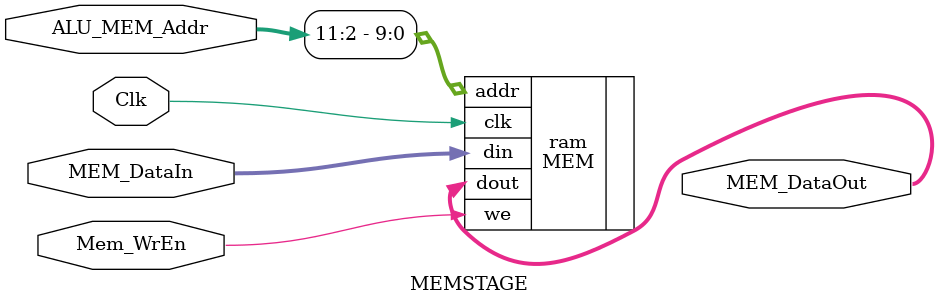
<source format=v>
`timescale 1ns / 1ps
module MEMSTAGE(
    input Clk,
    input Mem_WrEn,
    input [31:0] ALU_MEM_Addr,
    input [31:0] MEM_DataIn,
    output [31:0] MEM_DataOut
    );

MEM ram (.clk(Clk), .we(Mem_WrEn), .addr(ALU_MEM_Addr[11:2]), .din(MEM_DataIn), .dout(MEM_DataOut));

endmodule

</source>
